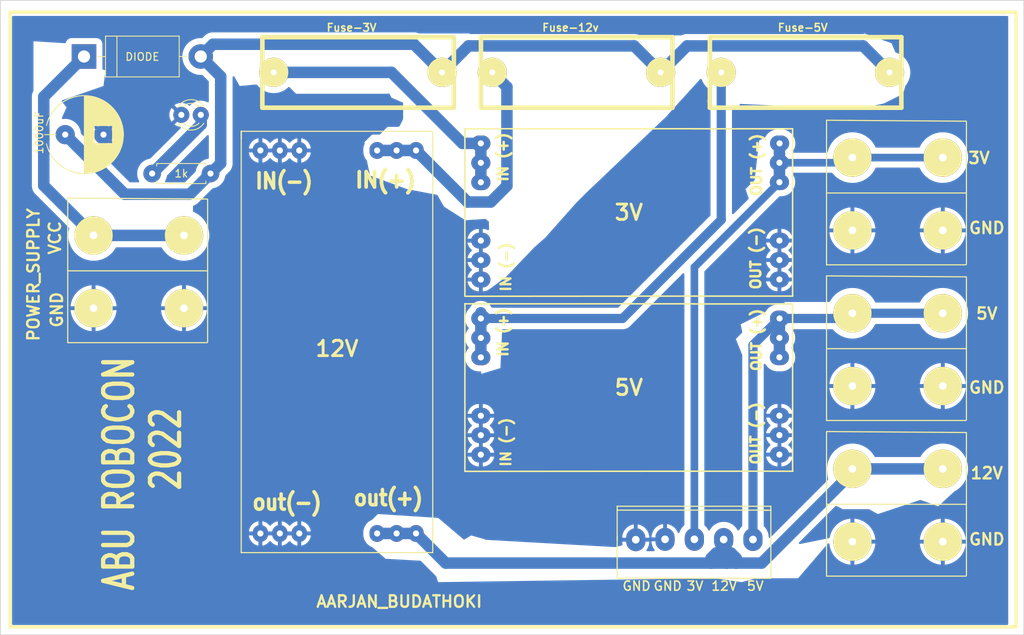
<source format=kicad_pcb>
(kicad_pcb (version 20220417) (generator pcbnew)
  (layers (0 "F.Cu" signal) (31 "B.Cu" signal) (34 "B.Paste" user) (35 "F.Paste" user) (36 "B.SilkS" user "B.Silkscreen") (37 "F.SilkS" user "F.Silkscreen") (38 "B.Mask" user) (39 "F.Mask" user) (44 "Edge.Cuts" user))
  (net 0 "")
  (net 1 "/A")
  (net 2 "GND")
  (net 3 "VCC")
  (net 4 "Net-(D2-A)")
  (net 5 "Net-(U2-IN(-))")
  (net 6 "/3V")
  (net 7 "/12V")
  (net 8 "/5V")
  (net 9 "Net-(U3-IN(+))")
  (net 10 "Net-(U1-IN(+))")
  (footprint "modFiles:Solar_Connector" (layer "F.Cu") (at 147.32 99.06 -90)
    (fp_text reference "J3" hide)
    (fp_text value "Conn_01x02_Female" hide)
    (pad "1" thru_hole oval locked (at -4.6226 -5.4264) (size 5 5) (drill 1) (layers *.Cu *.Mask "F.SilkS") (net 7 "/12V"))
    (pad "1" thru_hole oval locked (at -4.6226 6.3736) (size 5 5) (drill 1) (layers *.Cu *.Mask "F.SilkS") (net 7 "/12V"))
    (pad "2" thru_hole oval locked (at 4.8774 -5.4264) (size 5 5) (drill 1) (layers *.Cu *.Mask "F.SilkS") (net 2 "GND"))
    (pad "2" thru_hole oval locked (at 4.8774 6.3736) (size 5 5) (drill 1) (layers *.Cu *.Mask "F.SilkS") (net 2 "GND"))
  )
  (footprint "modFiles:LED_D3.0mm" (layer "F.Cu") (at 53.34 48.22)
    (fp_text reference "D2" hide)
    (fp_text value "LED")
    (pad "1" thru_hole circle locked (at 0 0) (size 2.1 2.1) (drill 0.8) (layers *.Cu *.Mask) (net 2 "GND"))
    (pad "2" thru_hole circle locked (at 2.54 0) (size 2.1 2.1) (drill 0.8) (layers *.Cu *.Mask) (net 4 "Net-(D2-A)"))
  )
  (footprint "modFiles:Diode_Medium" (layer "F.Cu") (at 40.635 40.6)
    (fp_text reference "D1" hide)
    (fp_text value "DIODE" (at 7.62 0.04) (layer "F.SilkS"))
    (pad "1" thru_hole rect locked (at 0 0) (size 3.2 3.2) (drill 1.6) (layers *.Cu *.Mask) (net 3 "VCC"))
    (pad "2" thru_hole oval locked (at 15.24 0) (size 3.2 3.2) (drill 1.6) (layers *.Cu *.Mask) (net 1 "/A"))
  )
  (footprint "modFiles:Fuse_Holder" (layer "F.Cu") (at 76.2 43.18)
    (fp_text reference "F1" hide)
    (fp_text value "Fuse-3V" (at -0.635 -6.35 180) (layer "F.SilkS") (effects (font (thickness 0.2) bold)))
    (pad "1" thru_hole circle locked (at 11.176 -0.508 90) (size 3.81 3.81) (drill 0.762) (layers *.Cu *.Mask "F.SilkS") (net 1 "/A"))
    (pad "2" thru_hole circle locked (at -10.795 -0.508 90) (size 3.81 3.81) (drill 0.762) (layers *.Cu *.Mask "F.SilkS") (net 10 "Net-(U1-IN(+))"))
  )
  (footprint "modFiles:Fuse_Holder" (layer "F.Cu") (at 134.62 43.18)
    (fp_text reference "F3" hide)
    (fp_text value "Fuse-5V" (at -0.154 -6.35 180) (layer "F.SilkS") (effects (font (thickness 0.2) bold)))
    (pad "1" thru_hole circle locked (at 11.176 -0.508 90) (size 3.81 3.81) (drill 0.762) (layers *.Cu *.Mask "F.SilkS") (net 1 "/A"))
    (pad "2" thru_hole circle locked (at -10.795 -0.508 90) (size 3.81 3.81) (drill 0.762) (layers *.Cu *.Mask "F.SilkS") (net 9 "Net-(U3-IN(+))"))
  )
  (footprint "modFiles:Solar_Connector" (layer "F.Cu") (at 147.32 58.42 -90)
    (fp_text reference "J2" hide)
    (fp_text value "Conn_01x02_Female" hide)
    (pad "1" thru_hole oval locked (at -4.6226 -5.4264) (size 5 5) (drill 1) (layers *.Cu *.Mask "F.SilkS") (net 6 "/3V"))
    (pad "1" thru_hole oval locked (at -4.6226 6.3736) (size 5 5) (drill 1) (layers *.Cu *.Mask "F.SilkS") (net 6 "/3V"))
    (pad "2" thru_hole oval locked (at 4.8774 -5.4264) (size 5 5) (drill 1) (layers *.Cu *.Mask "F.SilkS") (net 2 "GND"))
    (pad "2" thru_hole oval locked (at 4.8774 6.3736) (size 5 5) (drill 1) (layers *.Cu *.Mask "F.SilkS") (net 2 "GND"))
  )
  (footprint "modFiles:Fuse_Holder" (layer "F.Cu") (at 104.735 43.18)
    (fp_text reference "F2" hide)
    (fp_text value "Fuse-12v" (at -0.595 -6.35 180) (layer "F.SilkS") (effects (font (thickness 0.2) bold)))
    (pad "1" thru_hole circle locked (at 11.176 -0.508 90) (size 3.81 3.81) (drill 0.762) (layers *.Cu *.Mask "F.SilkS") (net 1 "/A"))
    (pad "2" thru_hole circle locked (at -10.795 -0.508 90) (size 3.81 3.81) (drill 0.762) (layers *.Cu *.Mask "F.SilkS") (net 5 "Net-(U2-IN(-))"))
  )
  (footprint "modFiles:Resistor_small" (layer "F.Cu") (at 49.53 55.88)
    (fp_text reference "R1" hide)
    (fp_text value "1k" (at 3.81 0) (layer "F.SilkS"))
    (pad "1" thru_hole circle locked (at 0 0) (size 2.3 2.3) (drill 0.8) (layers *.Cu *.Mask) (net 4 "Net-(D2-A)"))
    (pad "2" thru_hole circle locked (at 7.62 0) (size 2.3 2.3) (drill 0.8) (layers *.Cu *.Mask) (net 1 "/A"))
  )
  (footprint "modFiles:Capacitor_1000uF" (layer "F.Cu") (at 38.18 50.8)
    (fp_text reference "C1" hide)
    (fp_text value "1000uF" (at -3.382 -0.254 90 unlocked) (layer "F.SilkS"))
    (pad "1" thru_hole circle locked (at 0 0) (size 2.5 2.5) (drill 0.8) (layers *.Cu *.Mask) (net 1 "/A"))
    (pad "2" thru_hole circle locked (at 5 0) (size 2.5 2.5) (drill 0.8) (layers *.Cu *.Mask) (net 2 "GND"))
  )
  (footprint "modFiles:Solar_Connector" (layer "F.Cu") (at 48.26 68.58 -90)
    (fp_text reference "J1" hide)
    (fp_text value "Conn_01x02_Female" hide)
    (pad "1" thru_hole oval locked (at -4.6226 -5.4264) (size 5 5) (drill 1) (layers *.Cu *.Mask "F.SilkS") (net 3 "VCC"))
    (pad "1" thru_hole oval locked (at -4.6226 6.3736) (size 5 5) (drill 1) (layers *.Cu *.Mask "F.SilkS") (net 3 "VCC"))
    (pad "2" thru_hole oval locked (at 4.8774 -5.4264) (size 5 5) (drill 1) (layers *.Cu *.Mask "F.SilkS") (net 2 "GND"))
    (pad "2" thru_hole oval locked (at 4.8774 6.3736) (size 5 5) (drill 1) (layers *.Cu *.Mask "F.SilkS") (net 2 "GND"))
  )
  (footprint "modFiles:Solar_Connector" (layer "F.Cu") (at 147.32 78.74 -90)
    (fp_text reference "J4" hide)
    (fp_text value "Conn_01x02_Female" hide)
    (pad "1" thru_hole oval locked (at -4.6226 -5.4264) (size 5 5) (drill 1) (layers *.Cu *.Mask "F.SilkS") (net 8 "/5V"))
    (pad "1" thru_hole oval locked (at -4.6226 6.3736) (size 5 5) (drill 1) (layers *.Cu *.Mask "F.SilkS") (net 8 "/5V"))
    (pad "2" thru_hole oval locked (at 4.8774 -5.4264) (size 5 5) (drill 1) (layers *.Cu *.Mask "F.SilkS") (net 2 "GND"))
    (pad "2" thru_hole oval locked (at 4.8774 6.3736) (size 5 5) (drill 1) (layers *.Cu *.Mask "F.SilkS") (net 2 "GND"))
  )
  (footprint "modFiles:Buck_Regulator" (layer "F.Cu") (at 92.44 74.8)
    (fp_text reference "U3" hide)
    (fp_text value "Buck-5V")
    (fp_text user "IN (-)" (at 3.275 16.15 90) (layer "F.SilkS") (effects (font (size 1.3 1.3) (thickness 0.3))))
    (fp_text user "IN (+)" (at 2.9 1.8 90) (layer "F.SilkS") (effects (font (size 1.3 1.3) (thickness 0.325))))
    (fp_text user "OUT (+)" (at 36 2.8 90) (layer "F.SilkS") (effects (font (size 1.3 1.3) (thickness 0.325))))
    (fp_text user "OUT (-)" (at 35.9 15 90) (layer "F.SilkS") (effects (font (size 1.3 1.3) (thickness 0.325))))
    (pad "1" thru_hole oval (at 0 0) (size 2.5 2.05) (drill 0.8) (layers *.Cu *.Mask) (net 9 "Net-(U3-IN(+))"))
    (pad "1" thru_hole oval (at 0 2.54) (size 2.5 2.05) (drill 0.8) (layers *.Cu *.Mask) (net 9 "Net-(U3-IN(+))"))
    (pad "1" thru_hole oval (at 0 5.08) (size 2.5 2.05) (drill 0.8) (layers *.Cu *.Mask) (net 9 "Net-(U3-IN(+))"))
    (pad "2" thru_hole oval (at 0 12.7) (size 2.5 2.05) (drill 0.8) (layers *.Cu *.Mask) (net 2 "GND"))
    (pad "2" thru_hole oval (at 0 15.24) (size 2.5 2.05) (drill 0.8) (layers *.Cu *.Mask) (net 2 "GND"))
    (pad "2" thru_hole oval (at 0 17.78) (size 2.5 2.05) (drill 0.8) (layers *.Cu *.Mask) (net 2 "GND"))
    (pad "3" thru_hole oval (at 38.98 12.69) (size 2.5 2.05) (drill 0.8) (layers *.Cu *.Mask) (net 2 "GND"))
    (pad "3" thru_hole oval (at 38.98 15.23) (size 2.5 2.05) (drill 0.8) (layers *.Cu *.Mask) (net 2 "GND"))
    (pad "3" thru_hole oval (at 38.98 17.77) (size 2.5 2.05) (drill 0.8) (layers *.Cu *.Mask) (net 2 "GND"))
    (pad "4" thru_hole oval (at 38.98 2.53) (size 2.5 2.05) (drill 0.8) (layers *.Cu *.Mask) (net 8 "/5V"))
    (pad "4" thru_hole oval (at 38.98 5.07) (size 2.5 2.05) (drill 0.8) (layers *.Cu *.Mask) (net 8 "/5V"))
    (pad "4" thru_hole oval (at 39 0) (size 2.5 2.05) (drill 0.8) (layers *.Cu *.Mask) (net 8 "/5V"))
  )
  (footprint "modFiles:Buck_Regulator" (layer "F.Cu") (at 92.44 51.94)
    (fp_text reference "U1" hide)
    (fp_text value "Buck-3V")
    (fp_text user "OUT (-)" (at 35.9 15 90) (layer "F.SilkS") (effects (font (size 1.3 1.3) (thickness 0.325))))
    (fp_text user "IN (+)" (at 2.9 1.8 90) (layer "F.SilkS") (effects (font (size 1.3 1.3) (thickness 0.325))))
    (fp_text user "OUT (+)" (at 36 2.8 90) (layer "F.SilkS") (effects (font (size 1.3 1.3) (thickness 0.325))))
    (fp_text user "IN (-)" (at 3.275 16.15 90) (layer "F.SilkS") (effects (font (size 1.3 1.3) (thickness 0.3))))
    (pad "1" thru_hole oval (at 0 0) (size 2.5 2.05) (drill 0.8) (layers *.Cu *.Mask) (net 10 "Net-(U1-IN(+))"))
    (pad "1" thru_hole oval (at 0 2.54) (size 2.5 2.05) (drill 0.8) (layers *.Cu *.Mask) (net 10 "Net-(U1-IN(+))"))
    (pad "1" thru_hole oval (at 0 5.08) (size 2.5 2.05) (drill 0.8) (layers *.Cu *.Mask) (net 10 "Net-(U1-IN(+))"))
    (pad "2" thru_hole oval (at 0 12.7) (size 2.5 2.05) (drill 0.8) (layers *.Cu *.Mask) (net 2 "GND"))
    (pad "2" thru_hole oval (at 0 15.24) (size 2.5 2.05) (drill 0.8) (layers *.Cu *.Mask) (net 2 "GND"))
    (pad "2" thru_hole oval (at 0 17.78) (size 2.5 2.05) (drill 0.8) (layers *.Cu *.Mask) (net 2 "GND"))
    (pad "3" thru_hole oval (at 38.98 12.69) (size 2.5 2.05) (drill 0.8) (layers *.Cu *.Mask) (net 2 "GND"))
    (pad "3" thru_hole oval (at 38.98 15.23) (size 2.5 2.05) (drill 0.8) (layers *.Cu *.Mask) (net 2 "GND"))
    (pad "3" thru_hole oval (at 38.98 17.77) (size 2.5 2.05) (drill 0.8) (layers *.Cu *.Mask) (net 2 "GND"))
    (pad "4" thru_hole oval (at 38.98 2.53) (size 2.5 2.05) (drill 0.8) (layers *.Cu *.Mask) (net 6 "/3V"))
    (pad "4" thru_hole oval (at 38.98 5.07) (size 2.5 2.05) (drill 0.8) (layers *.Cu *.Mask) (net 6 "/3V"))
    (pad "4" thru_hole oval (at 39 0) (size 2.5 2.05) (drill 0.8) (layers *.Cu *.Mask) (net 6 "/3V"))
  )
  (footprint "modFiles:Buck_5A" (layer "F.Cu") (at 73.66 50.365)
    (fp_text reference "U2" hide)
    (fp_text value "Buck-12V")
    (fp_text user "IN(-)" (at -6.9088 6.5024) (layer "F.SilkS") (effects (font (size 2 1.8) (thickness 0.45))))
    (fp_text user "out(+)" (at 6.70814 47.85868) (layer "F.SilkS") (effects (font (size 2 1.8) (thickness 0.45))))
    (fp_text user "IN(+)" (at 6.34492 6.36524) (layer "F.SilkS") (effects (font (size 2 1.9) (thickness 0.475))))
    (fp_text user "out(-)" (at -6.51764 48.43526 180) (layer "F.SilkS") (effects (font (size 2 1.8) (thickness 0.45))))
    (pad "1" thru_hole oval (at -10 2.5) (size 2 2.2) (drill 0.8) (layers *.Cu *.Mask) (net 2 "GND"))
    (pad "1" thru_hole oval (at -7.46 2.5) (size 2 2.2) (drill 0.8) (layers *.Cu *.Mask) (net 2 "GND"))
    (pad "1" thru_hole oval (at -4.92 2.5) (size 2 2.2) (drill 0.8) (layers *.Cu *.Mask) (net 2 "GND"))
    (pad "2" thru_hole oval (at 5.24 2.5) (size 2 2.2) (drill 0.8) (layers *.Cu *.Mask) (net 5 "Net-(U2-IN(-))"))
    (pad "2" thru_hole oval (at 7.78 2.5) (size 2 2.2) (drill 0.8) (layers *.Cu *.Mask) (net 5 "Net-(U2-IN(-))"))
    (pad "2" thru_hole oval (at 10.32 2.5) (size 2 2.2) (drill 0.8) (layers *.Cu *.Mask) (net 5 "Net-(U2-IN(-))"))
    (pad "3" thru_hole oval (at 5.24 52.5) (size 2 2.2) (drill 0.8) (layers *.Cu *.Mask) (net 7 "/12V"))
    (pad "3" thru_hole oval (at 7.78 52.5) (size 2 2.2) (drill 0.8) (layers *.Cu *.Mask) (net 7 "/12V"))
    (pad "3" thru_hole oval (at 10.32 52.5) (size 2 2.2) (drill 0.8) (layers *.Cu *.Mask) (net 7 "/12V"))
    (pad "4" thru_hole oval (at -10 52.5) (size 2 2.2) (drill 0.8) (layers *.Cu *.Mask) (net 2 "GND"))
    (pad "4" thru_hole oval (at -7.46 52.5) (size 2 2.2) (drill 0.8) (layers *.Cu *.Mask) (net 2 "GND"))
    (pad "4" thru_hole oval (at -4.92 52.5) (size 2 2.2) (drill 0.8) (layers *.Cu *.Mask) (net 2 "GND"))
  )
  (footprint "modFiles:JST_5_BIG" (layer "F.Cu") (at 115.316 103.632)
    (fp_text reference "J5" hide)
    (fp_text value "Conn_01x05_Male")
    (pad "1" thru_hole oval locked (at -2.65 0.05) (size 2.5 3) (drill 1) (layers *.Cu *.Mask) (net 2 "GND"))
    (pad "2" thru_hole oval locked (at 1.175 0) (size 2.5 3) (drill 1) (layers *.Cu *.Mask) (net 2 "GND"))
    (pad "3" thru_hole oval locked (at 5 0) (size 2.5 3) (drill 1) (layers *.Cu *.Mask) (net 6 "/3V"))
    (pad "4" thru_hole oval locked (at 8.825 0.025) (size 2.5 3) (drill 1) (layers *.Cu *.Mask) (net 7 "/12V"))
    (pad "5" thru_hole oval locked (at 12.65 0.025) (size 2.5 3) (drill 1) (layers *.Cu *.Mask) (net 8 "/5V"))
  )
  (gr_rect (start 30.988 34.798) (end 162.306 115.062) (stroke (width 0.4)) (fill none) (layer "F.SilkS"))
  (gr_rect (start 163.322 116.078) (end 29.718 33.274) (stroke (width 0.1)) (fill none) (layer "Edge.Cuts"))
  (gr_text "12V" (at 124.206 109.728) (layer "F.SilkS") (effects (font (size 1.2 1.2) (thickness 0.2) bold)))
  (gr_text "12V" (at 73.66 78.74) (layer "F.SilkS") (effects (font (size 2 2) (thickness 0.375) bold)))
  (gr_text "3V" (at 111.76 60.96) (layer "F.SilkS") (effects (font (size 2 2) (thickness 0.375) bold)))
  (gr_text "5V" (at 128.27 109.728) (layer "F.SilkS") (effects (font (size 1.2 1.2) (thickness 0.2) bold)))
  (gr_text "GND" (at 37.084 73.66 90) (layer "F.SilkS") (effects (font (size 1.5 1.5) (thickness 0.3) bold)))
  (gr_text "GND" (at 158.496 83.82) (layer "F.SilkS") (effects (font (size 1.5 1.5) (thickness 0.3) bold)))
  (gr_text "3V" (at 120.396 109.728) (layer "F.SilkS") (effects (font (size 1.2 1.2) (thickness 0.2) bold)))
  (gr_text "12V" (at 158.496 94.996) (layer "F.SilkS") (effects (font (size 1.5 1.5) (thickness 0.3) bold)))
  (gr_text "3V\n" (at 157.48 53.848) (layer "F.SilkS") (effects (font (size 1.5 1.5) (thickness 0.3) bold)))
  (gr_text "GND\n" (at 116.84 109.728) (layer "F.SilkS") (effects (font (size 1.2 1.2) (thickness 0.2) bold)))
  (gr_text "GND\n" (at 112.776 109.728) (layer "F.SilkS") (effects (font (size 1.2 1.2) (thickness 0.2) bold)))
  (gr_text "5V" (at 158.496 74.168) (layer "F.SilkS") (effects (font (size 1.5 1.5) (thickness 0.3) bold)))
  (gr_text "AARJAN_BUDATHOKI" (at 81.788 111.76) (layer "F.SilkS") (effects (font (size 1.5 1.5) (thickness 0.3) bold)))
  (gr_text "VCC" (at 36.83 64.262 90) (layer "F.SilkS") (effects (font (size 1.5 1.5) (thickness 0.3) bold)))
  (gr_text "5V" (at 111.76 83.82) (layer "F.SilkS") (effects (font (size 2 2) (thickness 0.375) bold)))
  (gr_text "GND" (at 158.496 62.992) (layer "F.SilkS") (effects (font (size 1.5 1.5) (thickness 0.3) bold)))
  (gr_text "POWER_SUPPLY" (at 34.036 69.088 90) (layer "F.SilkS") (effects (font (size 1.5 1.5) (thickness 0.3) bold)))
  (gr_text "GND" (at 158.496 103.632) (layer "F.SilkS") (effects (font (size 1.5 1.5) (thickness 0.3) bold)))
  (gr_text "ABU ROBOCON \n  2022" (at 48.26 93.98 90) (layer "F.SilkS") (effects (font (size 3.8 2.8) (thickness 0.56) bold)))
  (segment (start 57.475 39) (end 83.704 39) (width 1.5) (layer "B.Cu") (net 1))
  (segment (start 55.875 40.6) (end 57.475 39) (width 1.5) (layer "B.Cu") (net 1))
  (segment (start 87.376 42.672) (end 90.830511 39.217489) (width 1.5) (layer "B.Cu") (net 1))
  (segment (start 142.341489 39.217489) (end 145.796 42.672) (width 1.5) (layer "B.Cu") (net 1))
  (segment (start 54.450489 58.579511) (end 45.959511 58.579511) (width 1.5) (layer "B.Cu") (net 1))
  (segment (start 57.15 55.88) (end 54.450489 58.579511) (width 1.5) (layer "B.Cu") (net 1))
  (segment (start 58.479511 43.204511) (end 58.479511 54.550489) (width 1.5) (layer "B.Cu") (net 1))
  (segment (start 90.830511 39.217489) (end 112.456489 39.217489) (width 1.5) (layer "B.Cu") (net 1))
  (segment (start 58.479511 54.550489) (end 57.15 55.88) (width 1.5) (layer "B.Cu") (net 1))
  (segment (start 45.959511 58.579511) (end 38.18 50.8) (width 1.5) (layer "B.Cu") (net 1))
  (segment (start 83.704 39) (end 87.376 42.672) (width 1.5) (layer "B.Cu") (net 1))
  (segment (start 55.875 40.6) (end 58.479511 43.204511) (width 1.5) (layer "B.Cu") (net 1))
  (segment (start 119.365511 39.217489) (end 142.341489 39.217489) (width 1.5) (layer "B.Cu") (net 1))
  (segment (start 115.911 42.672) (end 119.365511 39.217489) (width 1.5) (layer "B.Cu") (net 1))
  (segment (start 112.456489 39.217489) (end 115.911 42.672) (width 1.5) (layer "B.Cu") (net 1))
  (segment (start 41.8864 63.9574) (end 53.6864 63.9574) (width 1.5) (layer "B.Cu") (net 3))
  (segment (start 35.380489 57.451489) (end 35.380489 45.854511) (width 1.5) (layer "B.Cu") (net 3))
  (segment (start 35.380489 45.854511) (end 40.635 40.6) (width 1.5) (layer "B.Cu") (net 3))
  (segment (start 41.8864 63.9574) (end 35.380489 57.451489) (width 1.5) (layer "B.Cu") (net 3))
  (segment (start 49.53 55.88) (end 55.939511 49.470489) (width 1.5) (layer "B.Cu") (net 4))
  (segment (start 55.939511 49.470489) (end 55.939511 48.22) (width 1.5) (layer "B.Cu") (net 4))
  (segment (start 78.9 52.865) (end 81.44 52.865) (width 1.5) (layer "B.Cu") (net 5))
  (segment (start 93.731401 59.59452) (end 90.70952 59.59452) (width 1.5) (layer "B.Cu") (net 5))
  (segment (start 81.44 52.865) (end 83.98 52.865) (width 1.5) (layer "B.Cu") (net 5))
  (segment (start 93.94 42.672) (end 95.844999 44.576999) (width 1.5) (layer "B.Cu") (net 5))
  (segment (start 90.70952 59.59452) (end 83.98 52.865) (width 1.5) (layer "B.Cu") (net 5))
  (segment (start 95.844999 44.576999) (end 95.844999 57.480922) (width 1.5) (layer "B.Cu") (net 5))
  (segment (start 95.844999 57.480922) (end 93.731401 59.59452) (width 1.5) (layer "B.Cu") (net 5))
  (segment (start 131.42 51.96) (end 131.44 51.94) (width 1.5) (layer "B.Cu") (net 6))
  (segment (start 120.316 68.114) (end 120.316 103.632) (width 1) (layer "B.Cu") (net 6))
  (segment (start 131.42 54.47) (end 140.2738 54.47) (width 1) (layer "B.Cu") (net 6))
  (segment (start 140.9464 53.7974) (end 152.7464 53.7974) (width 1) (layer "B.Cu") (net 6))
  (segment (start 140.2738 54.47) (end 140.9464 53.7974) (width 1) (layer "B.Cu") (net 6))
  (segment (start 131.42 54.47) (end 131.42 51.96) (width 1.5) (layer "B.Cu") (net 6))
  (segment (start 131.42 57.01) (end 131.42 54.47) (width 1.5) (layer "B.Cu") (net 6))
  (segment (start 131.42 57.01) (end 120.316 68.114) (width 1) (layer "B.Cu") (net 6))
  (segment (start 125.095 105.41) (end 125.78152 106.09652) (width 1.5) (layer "B.Cu") (net 7))
  (segment (start 78.9 102.865) (end 81.44 102.865) (width 1.5) (layer "B.Cu") (net 7))
  (segment (start 124.141 103.657) (end 124.141 106.361) (width 1.5) (layer "B.Cu") (net 7))
  (segment (start 140.9464 94.885719) (end 140.9464 94.4374) (width 1.5) (layer "B.Cu") (net 7))
  (segment (start 87.84652 106.73152) (end 122.50348 106.73152) (width 1.5) (layer "B.Cu") (net 7))
  (segment (start 123.19 105.41) (end 125.095 105.41) (width 1.5) (layer "B.Cu") (net 7))
  (segment (start 125.78152 106.09652) (end 125.78152 106.73152) (width 1.5) (layer "B.Cu") (net 7))
  (segment (start 122.50348 106.09652) (end 123.19 105.41) (width 1.5) (layer "B.Cu") (net 7))
  (segment (start 122.50348 106.73152) (end 124.51152 106.73152) (width 1.5) (layer "B.Cu") (net 7))
  (segment (start 81.44 102.865) (end 83.98 102.865) (width 1.5) (layer "B.Cu") (net 7))
  (segment (start 83.98 102.865) (end 87.84652 106.73152) (width 1.5) (layer "B.Cu") (net 7))
  (segment (start 124.141 106.361) (end 124.51152 106.73152) (width 1.5) (layer "B.Cu") (net 7))
  (segment (start 140.9464 94.4374) (end 152.7464 94.4374) (width 1.5) (layer "B.Cu") (net 7))
  (segment (start 122.50348 106.73152) (end 122.50348 106.09652) (width 1.5) (layer "B.Cu") (net 7))
  (segment (start 125.78152 106.73152) (end 129.100599 106.73152) (width 1.5) (layer "B.Cu") (net 7))
  (segment (start 124.51152 106.73152) (end 125.78152 106.73152) (width 1.5) (layer "B.Cu") (net 7))
  (segment (start 129.100599 106.73152) (end 140.9464 94.885719) (width 1.5) (layer "B.Cu") (net 7))
  (segment (start 131.44 74.8) (end 127.966 78.274) (width 1.2) (layer "B.Cu") (net 8))
  (segment (start 140.9464 74.1174) (end 152.7464 74.1174) (width 1.2) (layer "B.Cu") (net 8))
  (segment (start 131.42 74.82) (end 131.44 74.8) (width 1.5) (layer "B.Cu") (net 8))
  (segment (start 140.2638 74.8) (end 140.9464 74.1174) (width 1) (layer "B.Cu") (net 8))
  (segment (start 131.44 74.8) (end 140.2638 74.8) (width 1.2) (layer "B.Cu") (net 8))
  (segment (start 131.42 77.33) (end 131.42 74.82) (width 1.5) (layer "B.Cu") (net 8))
  (segment (start 127.966 78.274) (end 127.966 103.657) (width 1.2) (layer "B.Cu") (net 8))
  (segment (start 131.42 79.87) (end 131.42 77.33) (width 1.5) (layer "B.Cu") (net 8))
  (segment (start 92.44 79.88) (end 92.44 77.34) (width 1.5) (layer "B.Cu") (net 9))
  (segment (start 92.44 74.057) (end 92.44 74.8) (width 1.5) (layer "B.Cu") (net 9))
  (segment (start 123.825 42.672) (end 123.825 61.918674) (width 1.2) (layer "B.Cu") (net 9))
  (segment (start 110.943674 74.8) (end 92.44 74.8) (width 1.2) (layer "B.Cu") (net 9))
  (segment (start 123.825 61.918674) (end 110.943674 74.8) (width 1.2) (layer "B.Cu") (net 9))
  (segment (start 92.44 77.34) (end 92.44 74.8) (width 1.5) (layer "B.Cu") (net 9))
  (segment (start 80.772 42.672) (end 90.04 51.94) (width 1.5) (layer "B.Cu") (net 10))
  (segment (start 92.44 54.48) (end 92.44 51.94) (width 1.5) (layer "B.Cu") (net 10))
  (segment (start 92.44 57.02) (end 92.44 54.48) (width 1.5) (layer "B.Cu") (net 10))
  (segment (start 90.04 51.94) (end 92.44 51.94) (width 1.5) (layer "B.Cu") (net 10))
  (segment (start 65.405 42.672) (end 80.772 42.672) (width 1.5) (layer "B.Cu") (net 10))
  (zone (net 0) (net_name "") (layer "B.Cu") (connect_pads (clearance 0)) (min_thickness 0.254)
    (keepout (tracks allowed) (vias allowed) (pads allowed) (copperpour not_allowed) (footprints allowed))
    (fill (thermal_gap 0.508) (thermal_bridge_width 0.508) (island_removal_mode 2) (island_area_min 10))
    (polygon (pts (xy 86.868 100.838) (xy 90.17 103.632) (xy 92.71 105.41) (xy 77.724 101.6) (xy 78.994 100.33)))
  )
  (zone (net 0) (net_name "") (layer "B.Cu") (connect_pads (clearance 0)) (min_thickness 0.254)
    (keepout (tracks allowed) (vias allowed) (pads allowed) (copperpour not_allowed) (footprints allowed))
    (fill (thermal_gap 0.508) (thermal_bridge_width 0.508) (island_removal_mode 2) (island_area_min 10))
    (polygon (pts (xy 118.11 38.862) (xy 112.776 37.846) (xy 118.872 37.846)))
  )
  (zone (net 0) (net_name "") (layer "B.Cu") (connect_pads (clearance 0)) (min_thickness 0.254)
    (keepout (tracks allowed) (vias allowed) (pads allowed) (copperpour not_allowed) (footprints allowed))
    (fill (thermal_gap 0.508) (thermal_bridge_width 0.508) (island_removal_mode 2) (island_area_min 10))
    (polygon (pts (xy 151.13 98.044) (xy 144.272 100.33) (xy 141.478 98.806) (xy 150.876 96.774)))
  )
  (zone (net 0) (net_name "") (layer "B.Cu") (connect_pads (clearance 0)) (min_thickness 0.254)
    (keepout (tracks allowed) (vias allowed) (pads allowed) (copperpour not_allowed) (footprints allowed))
    (fill (thermal_gap 0.508) (thermal_bridge_width 0.508) (island_removal_mode 2) (island_area_min 10))
    (polygon (pts (xy 137.668 73.66) (xy 132.08 73.66) (xy 132.08 72.644) (xy 138.684 72.644)))
  )
  (zone (net 0) (net_name "") (layer "B.Cu") (connect_pads (clearance 0)) (min_thickness 0.254)
    (keepout (tracks allowed) (vias allowed) (pads allowed) (copperpour not_allowed) (footprints allowed))
    (fill (thermal_gap 0.508) (thermal_bridge_width 0.508) (island_removal_mode 2) (island_area_min 10))
    (polygon (pts (xy 90.424 60.706) (xy 94.234 60.96) (xy 94.234 61.722) (xy 90.424 61.976) (xy 87.63 60.198) (xy 86.614 58.42) (xy 87.884 58.42)))
  )
  (zone (net 0) (net_name "") (layer "B.Cu") (connect_pads (clearance 0)) (min_thickness 0.254)
    (keepout (tracks allowed) (vias allowed) (pads allowed) (copperpour not_allowed) (footprints allowed))
    (fill (thermal_gap 0.508) (thermal_bridge_width 0.508) (island_removal_mode 2) (island_area_min 10))
    (polygon (pts (xy 129.286 108.458) (xy 126.492 109.22) (xy 122.936 108.712) (xy 86.868 109.22) (xy 86.36 107.696)))
  )
  (zone (net 0) (net_name "") (layer "B.Cu") (connect_pads (clearance 0)) (min_thickness 0.254)
    (keepout (tracks allowed) (vias allowed) (pads allowed) (copperpour not_allowed) (footprints allowed))
    (fill (thermal_gap 0.508) (thermal_bridge_width 0.508) (island_removal_mode 2) (island_area_min 10))
    (polygon (pts (xy 130.175 74.295) (xy 127 78.74) (xy 126.365 75.565) (xy 130.175 73.66)))
  )
  (zone (net 0) (net_name "") (layer "B.Cu") (connect_pads (clearance 0)) (min_thickness 0.254)
    (keepout (tracks allowed) (vias allowed) (pads allowed) (copperpour not_allowed) (footprints allowed))
    (fill (thermal_gap 0.508) (thermal_bridge_width 0.508) (island_removal_mode 2) (island_area_min 10))
    (polygon (pts (xy 93.726 62.23) (xy 93.218 61.976) (xy 92.964 61.468)))
  )
  (zone (net 0) (net_name "") (layer "B.Cu") (connect_pads (clearance 0)) (min_thickness 0.254)
    (keepout (tracks allowed) (vias allowed) (pads allowed) (copperpour not_allowed) (footprints allowed))
    (fill (thermal_gap 0.508) (thermal_bridge_width 0.508) (island_removal_mode 2) (island_area_min 10))
    (polygon (pts (xy 152.146 99.314) (xy 148.59 98.044) (xy 155.194 96.52)))
  )
  (zone (net 0) (net_name "") (layer "B.Cu") (connect_pads (clearance 0)) (min_thickness 0.254)
    (keepout (tracks allowed) (vias allowed) (pads allowed) (copperpour not_allowed) (footprints allowed))
    (fill (thermal_gap 0.508) (thermal_bridge_width 0.508) (island_removal_mode 2) (island_area_min 10))
    (polygon (pts (xy 85.852 105.918) (xy 87.122 108.966) (xy 84.582 106.426) (xy 80.01 106.172) (xy 77.978 104.394) (xy 82.296 103.886)))
  )
  (zone (net 0) (net_name "") (layer "B.Cu") (connect_pads (clearance 0)) (min_thickness 0.254)
    (keepout (tracks allowed) (vias allowed) (pads allowed) (copperpour not_allowed) (footprints allowed))
    (fill (thermal_gap 0.508) (thermal_bridge_width 0.508) (island_removal_mode 2) (island_area_min 10))
    (polygon (pts (xy 143.51 99.695) (xy 140.97 99.695) (xy 140.335 97.79)))
  )
  (zone (net 0) (net_name "") (layer "B.Cu") (connect_pads (clearance 0)) (min_thickness 0.254)
    (keepout (tracks allowed) (vias allowed) (pads allowed) (copperpour not_allowed) (footprints allowed))
    (fill (thermal_gap 0.508) (thermal_bridge_width 0.508) (island_removal_mode 2) (island_area_min 10))
    (polygon (pts (xy 141.605 99.695) (xy 139.7 99.695) (xy 138.43 99.06)))
  )
  (zone (net 0) (net_name "") (layer "B.Cu") (connect_pads (clearance 0)) (min_thickness 0.254)
    (keepout (tracks allowed) (vias allowed) (pads allowed) (copperpour not_allowed) (footprints allowed))
    (fill (thermal_gap 0.508) (thermal_bridge_width 0.508) (island_removal_mode 2) (island_area_min 10))
    (polygon (pts (xy 81.788 49.784) (xy 82.296 48.768) (xy 82.804 48.768)))
  )
  (zone (net 0) (net_name "") (layer "B.Cu") (connect_pads (clearance 0)) (min_thickness 0.254)
    (keepout (tracks allowed) (vias allowed) (pads allowed) (copperpour not_allowed) (footprints allowed))
    (fill (thermal_gap 0.508) (thermal_bridge_width 0.508) (island_removal_mode 2) (island_area_min 10))
    (polygon (pts (xy 92.964 103.632) (xy 93.218 104.14) (xy 89.916 103.886) (xy 91.186 103.124)))
  )
  (zone (net 0) (net_name "") (layer "B.Cu") (connect_pads (clearance 0)) (min_thickness 0.254)
    (keepout (tracks allowed) (vias allowed) (pads allowed) (copperpour not_allowed) (footprints allowed))
    (fill (thermal_gap 0.508) (thermal_bridge_width 0.508) (island_removal_mode 2) (island_area_min 10))
    (polygon (pts (xy 77.216 51.816) (xy 78.232 50.8) (xy 79.756 50.8)))
  )
  (zone (net 0) (net_name "") (layer "B.Cu") (connect_pads (clearance 0)) (min_thickness 0.254)
    (keepout (tracks allowed) (vias allowed) (pads allowed) (copperpour not_allowed) (footprints allowed))
    (fill (thermal_gap 0.508) (thermal_bridge_width 0.508) (island_removal_mode 2) (island_area_min 10))
    (polygon (pts (xy 88.392 39.878) (xy 83.312 37.592) (xy 90.932 37.592)))
  )
  (zone (net 0) (net_name "") (layer "B.Cu") (connect_pads (clearance 0)) (min_thickness 0.254)
    (keepout (tracks allowed) (vias allowed) (pads allowed) (copperpour not_allowed) (footprints allowed))
    (fill (thermal_gap 0.508) (thermal_bridge_width 0.508) (island_removal_mode 2) (island_area_min 10))
    (polygon (pts (xy 127 80.645) (xy 125.73 77.47) (xy 127 76.2)))
  )
  (zone (net 0) (net_name "") (layer "B.Cu") (connect_pads (clearance 0)) (min_thickness 0.254)
    (keepout (tracks allowed) (vias allowed) (pads allowed) (copperpour not_allowed) (footprints allowed))
    (fill (thermal_gap 0.508) (thermal_bridge_width 0.508) (island_removal_mode 2) (island_area_min 10))
    (polygon (pts (xy 109.982 104.648) (xy 110.998 104.394) (xy 111.76 105.41) (xy 90.678 105.41) (xy 91.948 103.632)))
  )
  (zone (net 0) (net_name "") (layer "B.Cu") (connect_pads (clearance 0)) (min_thickness 0.254)
    (keepout (tracks allowed) (vias allowed) (pads allowed) (copperpour not_allowed) (footprints allowed))
    (fill (thermal_gap 0.508) (thermal_bridge_width 0.508) (island_removal_mode 2) (island_area_min 10))
    (polygon (pts (xy 98.044 61.722) (xy 101.092 63.754) (xy 95.758 69.342) (xy 93.726 70.866) (xy 93.472 61.722) (xy 94.488 60.452) (xy 96.266 59.182)))
  )
  (zone (net 0) (net_name "") (layer "B.Cu") (connect_pads (clearance 0)) (min_thickness 0.254)
    (keepout (tracks allowed) (vias allowed) (pads allowed) (copperpour not_allowed) (footprints allowed))
    (fill (thermal_gap 0.508) (thermal_bridge_width 0.508) (island_removal_mode 2) (island_area_min 10))
    (polygon (pts (xy 82.804 51.308) (xy 78.74 51.308) (xy 80.264 49.784) (xy 82.804 49.784)))
  )
  (zone (net 0) (net_name "") (layer "B.Cu") (connect_pads (clearance 0)) (min_thickness 0.254)
    (keepout (tracks allowed) (vias allowed) (pads allowed) (copperpour not_allowed) (footprints allowed))
    (fill (thermal_gap 0.508) (thermal_bridge_width 0.508) (island_removal_mode 2) (island_area_min 10))
    (polygon (pts (xy 146.05 38.862) (xy 146.812 40.64) (xy 142.494 37.592)))
  )
  (zone (net 2) (net_name "GND") (layer "B.Cu") (connect_pads (clearance 0)) (min_thickness 0.254) (fill yes (thermal_gap 0.508) (thermal_bridge_width 0.508) (island_removal_mode 2) (island_area_min 10))
    (polygon (pts (xy 161.29 114.808) (xy 31.242 114.808) (xy 31.242 35.306) (xy 161.29 35.306)))
  )
  (zone (net 0) (net_name "") (layers "B.Cu" "Edge.Cuts") (connect_pads (clearance 0)) (min_thickness 0.254)
    (keepout (tracks allowed) (vias allowed) (pads allowed) (copperpour not_allowed) (footprints allowed))
    (fill (thermal_gap 0.508) (thermal_bridge_width 0.508) (island_removal_mode 2) (island_area_min 10))
    (polygon (pts (xy 95.25 75.692) (xy 94.996 81.28) (xy 92.456 82.042) (xy 94.234 75.184)))
  )
  (zone (net 0) (net_name "") (layers "B.Cu" "Edge.Cuts") (connect_pads (clearance 0)) (min_thickness 0.254)
    (keepout (tracks allowed) (vias allowed) (pads allowed) (copperpour not_allowed) (footprints allowed))
    (fill (thermal_gap 0.508) (thermal_bridge_width 0.508) (island_removal_mode 2) (island_area_min 10))
    (polygon (pts (xy 43.18 44.45) (xy 36.576 46.736) (xy 39.624 43.18) (xy 42.164 42.672) (xy 42.672 42.164) (xy 43.434 42.418)))
  )
  (zone (net 0) (net_name "") (layers "B.Cu" "Edge.Cuts") (connect_pads (clearance 0)) (min_thickness 0.254)
    (keepout (tracks allowed) (vias allowed) (pads allowed) (copperpour not_allowed) (footprints allowed))
    (fill (thermal_gap 0.508) (thermal_bridge_width 0.508) (island_removal_mode 2) (island_area_min 10))
    (polygon (pts (xy 154.178 97.282) (xy 154.432 97.282) (xy 151.384 98.298) (xy 147.32 97.028) (xy 145.034 96.012) (xy 149.352 95.504)))
  )
  (zone (net 0) (net_name "") (layers "B.Cu" "Edge.Cuts") (connect_pads (clearance 0)) (min_thickness 0.254)
    (keepout (tracks allowed) (vias allowed) (pads allowed) (copperpour not_allowed) (footprints allowed))
    (fill (thermal_gap 0.508) (thermal_bridge_width 0.508) (island_removal_mode 2) (island_area_min 10))
    (polygon (pts (xy 126.238 46.99) (xy 125.222 46.99) (xy 124.206 47.498) (xy 123.952 46.482) (xy 125.476 46.482)))
  )
  (zone (net 0) (net_name "") (layers "B.Cu" "Edge.Cuts") (connect_pads (clearance 0)) (min_thickness 0.254)
    (keepout (tracks allowed) (vias allowed) (pads allowed) (copperpour not_allowed) (footprints allowed))
    (fill (thermal_gap 0.508) (thermal_bridge_width 0.508) (island_removal_mode 2) (island_area_min 10))
    (polygon (pts (xy 38.608 41.148) (xy 34.544 44.704) (xy 34.036 45.212) (xy 34.036 38.608) (xy 38.1 38.862)))
  )
  (zone (net 0) (net_name "") (layers "B.Cu" "Edge.Cuts") (connect_pads (clearance 0)) (min_thickness 0.254)
    (keepout (tracks not_allowed) (vias allowed) (pads allowed) (copperpour not_allowed) (footprints allowed))
    (fill (thermal_gap 0.508) (thermal_bridge_width 0.508) (island_removal_mode 2) (island_area_min 10))
    (polygon (pts (xy 106.68 57.912) (xy 104.648 59.944) (xy 104.14 57.404) (xy 97.028 56.896) (xy 97.028 44.704) (xy 98.044 44.196)))
  )
  (zone (net 0) (net_name "") (layers "B.Cu" "Edge.Cuts") (connect_pads (clearance 0)) (min_thickness 0.254)
    (keepout (tracks allowed) (vias allowed) (pads allowed) (copperpour not_allowed) (footprints allowed))
    (fill (thermal_gap 0.508) (thermal_bridge_width 0.508) (island_removal_mode 2) (island_area_min 10))
    (polygon (pts (xy 139.446 97.536) (xy 138.43 98.044) (xy 137.922 96.774) (xy 137.668 94.996)))
  )
  (zone (net 0) (net_name "") (layers "B.Cu" "Edge.Cuts") (connect_pads (clearance 0)) (min_thickness 0.254)
    (keepout (tracks allowed) (vias allowed) (pads allowed) (copperpour not_allowed) (footprints allowed))
    (fill (thermal_gap 0.508) (thermal_bridge_width 0.508) (island_removal_mode 2) (island_area_min 10))
    (polygon (pts (xy 91.948 41.656) (xy 91.44 43.688) (xy 92.964 45.212) (xy 94.488 45.212) (xy 94.996 46.736) (xy 94.488 49.276) (xy 94.488 51.308) (xy 93.98 51.308) (xy 92.456 50.8) (xy 90.932 50.8) (xy 89.916 50.292) (xy 86.36 46.736) (xy 85.344 45.212) (xy 83.82 44.196) (xy 83.82 43.18) (xy 84.328 43.18) (xy 85.344 43.688) (xy 87.376 45.212) (xy 89.916 43.688) (xy 89.916 42.164) (xy 91.44 40.64) (xy 91.948 40.64)))
  )
  (zone (net 0) (net_name "") (layers "B.Cu" "Edge.Cuts") (connect_pads (clearance 0)) (min_thickness 0.254)
    (keepout (tracks allowed) (vias allowed) (pads allowed) (copperpour not_allowed) (footprints allowed))
    (fill (thermal_gap 0.508) (thermal_bridge_width 0.508) (island_removal_mode 2) (island_area_min 10))
    (polygon (pts (xy 146.558 95.758) (xy 144.272 97.028) (xy 141.986 97.536) (xy 143.51 95.504)))
  )
  (zone (net 0) (net_name "") (layers "B.Cu" "Edge.Cuts") (connect_pads (clearance 0)) (min_thickness 0.254)
    (keepout (tracks allowed) (vias allowed) (pads allowed) (copperpour not_allowed) (footprints allowed))
    (fill (thermal_gap 0.508) (thermal_bridge_width 0.508) (island_removal_mode 2) (island_area_min 10))
    (polygon (pts (xy 45.212 59.436) (xy 52.832 59.436) (xy 53.34 60.96) (xy 51.308 62.484) (xy 44.704 62.992) (xy 44.196 61.976) (xy 41.148 61.468) (xy 36.576 57.404) (xy 36.576 52.324) (xy 38.1 52.324)))
  )
  (zone (net 0) (net_name "") (layers "B.Cu" "Edge.Cuts") (connect_pads (clearance 0)) (min_thickness 0.254)
    (keepout (tracks allowed) (vias allowed) (pads allowed) (copperpour not_allowed) (footprints allowed))
    (fill (thermal_gap 0.508) (thermal_bridge_width 0.508) (island_removal_mode 2) (island_area_min 10))
    (polygon (pts (xy 104.902 59.69) (xy 100.838 64.262) (xy 94.488 69.85) (xy 96.012 67.056) (xy 100.584 63.754) (xy 102.616 60.198) (xy 101.854 58.42)))
  )
  (zone (net 0) (net_name "") (layers "B.Cu" "Edge.Cuts") (connect_pads (clearance 0)) (min_thickness 0.254)
    (keepout (tracks allowed) (vias allowed) (pads allowed) (copperpour not_allowed) (footprints allowed))
    (fill (thermal_gap 0.508) (thermal_bridge_width 0.508) (island_removal_mode 2) (island_area_min 10))
    (polygon (pts (xy 85.344 42.672) (xy 84.328 44.196) (xy 81.28 41.656) (xy 67.564 41.656) (xy 66.548 40.132) (xy 83.312 40.132)))
  )
  (zone (net 0) (net_name "") (layers "B.Cu" "Edge.Cuts") (connect_pads (clearance 0)) (min_thickness 0.254)
    (keepout (tracks allowed) (vias allowed) (pads allowed) (copperpour not_allowed) (footprints allowed))
    (fill (thermal_gap 0.508) (thermal_bridge_width 0.508) (island_removal_mode 2) (island_area_min 10))
    (polygon (pts (xy 37.426348 46.084435) (xy 38.354 47.244) (xy 37.338 49.53) (xy 37.084 49.53) (xy 36.322 48.514) (xy 36.322 48.006) (xy 36.576 46.482) (xy 36.83 46.482) (xy 37.426348 46.084435) (xy 37.338 45.974) (xy 37.592 45.974)))
  )
  (zone (net 0) (net_name "") (layers "B.Cu" "Edge.Cuts") (connect_pads (clearance 0)) (min_thickness 0.254)
    (keepout (tracks allowed) (vias allowed) (pads allowed) (copperpour not_allowed) (footprints allowed))
    (fill (thermal_gap 0.508) (thermal_bridge_width 0.508) (island_removal_mode 2) (island_area_min 10))
    (polygon (pts (xy 83.82 54.61) (xy 88.138 58.928) (xy 82.804 57.912) (xy 77.978 56.134) (xy 77.216 52.578)))
  )
  (zone (net 0) (net_name "") (layers "B.Cu" "Edge.Cuts") (connect_pads (clearance 0)) (min_thickness 0.254)
    (keepout (tracks allowed) (vias allowed) (pads allowed) (copperpour not_allowed) (footprints allowed))
    (fill (thermal_gap 0.508) (thermal_bridge_width 0.508) (island_removal_mode 2) (island_area_min 10))
    (polygon (pts (xy 81.534 44.958) (xy 80.264 45.466) (xy 68.326 45.466) (xy 67.056 44.196)))
  )
  (zone (net 0) (net_name "") (layers "B.Cu" "Edge.Cuts") (connect_pads (clearance 0)) (min_thickness 0.254)
    (keepout (tracks allowed) (vias allowed) (pads allowed) (copperpour not_allowed) (footprints allowed))
    (fill (thermal_gap 0.508) (thermal_bridge_width 0.508) (island_removal_mode 2) (island_area_min 10))
    (polygon (pts (xy 139.954 97.536) (xy 139.446 97.79) (xy 131.064 105.664) (xy 131.826 103.378) (xy 139.192 96.774)))
  )
  (zone (net 0) (net_name "") (layers "B.Cu" "Edge.Cuts") (connect_pads (clearance 0)) (min_thickness 0.254)
    (keepout (tracks allowed) (vias allowed) (pads allowed) (copperpour not_allowed) (footprints allowed))
    (fill (thermal_gap 0.508) (thermal_bridge_width 0.508) (island_removal_mode 2) (island_area_min 10))
    (polygon (pts (xy 124.46 46.228) (xy 123.444 45.974) (xy 121.92 46.482) (xy 123.19 45.212)))
  )
  (zone (net 0) (net_name "") (layers "B.Cu" "Edge.Cuts") (connect_pads (clearance 0)) (min_thickness 0.254)
    (keepout (tracks allowed) (vias allowed) (pads allowed) (copperpour not_allowed) (footprints allowed))
    (fill (thermal_gap 0.508) (thermal_bridge_width 0.508) (island_removal_mode 2) (island_area_min 10))
    (polygon (pts (xy 103.886 59.182) (xy 101.092 63.754) (xy 97.282 63.5) (xy 96.012 60.96) (xy 96.266 58.674) (xy 97.282 56.642)))
  )
  (zone (net 0) (net_name "") (layers "B.Cu" "Edge.Cuts") (connect_pads (clearance 0)) (min_thickness 0.254)
    (keepout (tracks allowed) (vias allowed) (pads allowed) (copperpour not_allowed) (footprints allowed))
    (fill (thermal_gap 0.508) (thermal_bridge_width 0.508) (island_removal_mode 2) (island_area_min 10))
    (polygon (pts (xy 95.25 74.93) (xy 94.996 75.946) (xy 94.234 74.93) (xy 94.996 74.422) (xy 96.012 74.422)))
  )
  (zone (net 0) (net_name "") (layers "B.Cu" "Edge.Cuts") (connect_pads (clearance 0)) (min_thickness 0.254)
    (keepout (tracks not_allowed) (vias allowed) (pads allowed) (copperpour not_allowed) (footprints allowed))
    (fill (thermal_gap 0.508) (thermal_bridge_width 0.508) (island_removal_mode 2) (island_area_min 10))
    (polygon (pts (xy 104.14 56.896) (xy 104.648 59.944) (xy 97.028 56.896) (xy 103.632 56.388)))
  )
  (zone (net 0) (net_name "") (layers "B.Cu" "Edge.Cuts") (connect_pads (clearance 0)) (min_thickness 0.254)
    (keepout (tracks allowed) (vias allowed) (pads allowed) (copperpour not_allowed) (footprints allowed))
    (fill (thermal_gap 0.508) (thermal_bridge_width 0.508) (island_removal_mode 2) (island_area_min 10))
    (polygon (pts (xy 89.408 52.832) (xy 90.932 53.34) (xy 91.44 55.372) (xy 90.424 57.912) (xy 84.836 51.816) (xy 82.296 51.816) (xy 82.296 46.228)))
  )
  (zone (net 0) (net_name "") (layers "B.Cu" "Edge.Cuts") (connect_pads (clearance 0)) (min_thickness 0.254)
    (keepout (tracks allowed) (vias allowed) (pads allowed) (copperpour not_allowed) (footprints allowed))
    (fill (thermal_gap 0.508) (thermal_bridge_width 0.508) (island_removal_mode 2) (island_area_min 10))
    (polygon (pts (xy 129.794 52.324) (xy 130.048 54.864) (xy 129.794 57.404) (xy 128.016 58.166) (xy 128.778 51.562) (xy 130.302 50.8)))
  )
  (zone (net 0) (net_name "") (layers "B.Cu" "Edge.Cuts") (connect_pads (clearance 0)) (min_thickness 0.254)
    (keepout (tracks allowed) (vias allowed) (pads allowed) (copperpour not_allowed) (footprints allowed))
    (fill (thermal_gap 0.508) (thermal_bridge_width 0.508) (island_removal_mode 2) (island_area_min 10))
    (polygon (pts (xy 82.55 46.736) (xy 80.772 45.974) (xy 80.264 44.958) (xy 81.534 44.958)))
  )
  (zone (net 0) (net_name "") (layers "B.Cu" "Edge.Cuts") (connect_pads (clearance 0)) (min_thickness 0.254)
    (keepout (tracks not_allowed) (vias allowed) (pads not_allowed) (copperpour not_allowed) (footprints allowed))
    (fill (thermal_gap 0.508) (thermal_bridge_width 0.508) (island_removal_mode 2) (island_area_min 10))
    (polygon (pts (xy 54.864 60.96) (xy 54.356 60.96) (xy 53.34 61.468) (xy 52.324 59.944) (xy 54.864 59.944)))
  )
  (zone (net 0) (net_name "") (layers "B.Cu" "Edge.Cuts") (connect_pads (clearance 0)) (min_thickness 0.254)
    (keepout (tracks not_allowed) (vias allowed) (pads allowed) (copperpour not_allowed) (footprints allowed))
    (fill (thermal_gap 0.508) (thermal_bridge_width 0.508) (island_removal_mode 2) (island_area_min 10))
    (polygon (pts (xy 114.808 44.704) (xy 116.84 48.26) (xy 106.172 58.42) (xy 96.012 42.164) (xy 112.268 40.64)))
  )
  (zone (net 0) (net_name "") (layers "B.Cu" "Edge.Cuts") (connect_pads (clearance 0)) (min_thickness 0.254)
    (keepout (tracks allowed) (vias allowed) (pads allowed) (copperpour not_allowed) (footprints allowed))
    (fill (thermal_gap 0.508) (thermal_bridge_width 0.508) (island_removal_mode 2) (island_area_min 10))
    (polygon (pts (xy 124.206 106.68) (xy 122.428 106.426) (xy 121.412 104.902) (xy 122.428 104.394)))
  )
  (zone (net 0) (net_name "") (layers "B.Cu" "Edge.Cuts") (connect_pads (clearance 0)) (min_thickness 0.254)
    (keepout (tracks not_allowed) (vias allowed) (pads allowed) (copperpour not_allowed) (footprints allowed))
    (fill (thermal_gap 0.508) (thermal_bridge_width 0.508) (island_removal_mode 2) (island_area_min 10))
    (polygon (pts (xy 121.412 43.18) (xy 116.332 48.768) (xy 114.808 45.212) (xy 116.84 44.704) (xy 118.364 43.688) (xy 117.856 42.672) (xy 119.38 40.64) (xy 121.92 40.64)))
  )
  (zone (net 0) (net_name "") (layers "B.Cu" "Edge.Cuts") (connect_pads (clearance 0)) (min_thickness 0.254)
    (keepout (tracks allowed) (vias allowed) (pads allowed) (copperpour not_allowed) (footprints allowed))
    (fill (thermal_gap 0.508) (thermal_bridge_width 0.508) (island_removal_mode 2) (island_area_min 10))
    (polygon (pts (xy 64.008 41.148) (xy 62.992 42.164) (xy 63.754 44.196) (xy 60.96 44.45) (xy 59.944 42.672) (xy 57.912 41.148) (xy 57.912 40.132) (xy 63.5 40.132)))
  )
  (zone (net 0) (net_name "") (layers "B.Cu" "Edge.Cuts") (connect_pads (clearance 0)) (min_thickness 0.254)
    (keepout (tracks allowed) (vias allowed) (pads allowed) (copperpour not_allowed) (footprints allowed))
    (fill (thermal_gap 0.508) (thermal_bridge_width 0.508) (island_removal_mode 2) (island_area_min 10))
    (polygon (pts (xy 133.858 108.712) (xy 125.984 108.712) (xy 123.698 107.188) (xy 123.19 106.426) (xy 138.43 103.378)))
  )
  (zone (net 0) (net_name "") (layers "B.Cu" "Edge.Cuts") (connect_pads (clearance 0)) (min_thickness 0.254)
    (keepout (tracks allowed) (vias allowed) (pads allowed) (copperpour not_allowed) (footprints allowed))
    (fill (thermal_gap 0.508) (thermal_bridge_width 0.508) (island_removal_mode 2) (island_area_min 10))
    (polygon (pts (xy 141.986 40.64) (xy 143.764 42.418) (xy 143.256 45.72) (xy 126.492 42.926) (xy 125.222 46.736) (xy 125.222 40.894) (xy 125.73 40.386)))
  )
  (zone (net 0) (net_name "") (layers "B.Cu" "Edge.Cuts") (connect_pads (clearance 0)) (min_thickness 0.254)
    (keepout (tracks allowed) (vias allowed) (pads allowed) (copperpour not_allowed) (footprints allowed))
    (fill (thermal_gap 0.508) (thermal_bridge_width 0.508) (island_removal_mode 2) (island_area_min 10))
    (polygon (pts (xy 128.524 58.42) (xy 127.508 59.436) (xy 127 57.912) (xy 128.524 56.388)))
  )
  (zone (net 0) (net_name "") (layers "B.Cu" "Edge.Cuts") (connect_pads (clearance 0)) (min_thickness 0.254)
    (keepout (tracks allowed) (vias allowed) (pads allowed) (copperpour not_allowed) (footprints allowed))
    (fill (thermal_gap 0.508) (thermal_bridge_width 0.508) (island_removal_mode 2) (island_area_min 10))
    (polygon (pts (xy 144.272 44.196) (xy 147.066 44.958) (xy 148.336 42.672) (xy 147.574 45.466) (xy 145.034 46.736) (xy 141.478 47.498) (xy 125.222 46.736) (xy 124.968 46.736) (xy 122.936 45.212) (xy 127 42.418)))
  )
)
</source>
